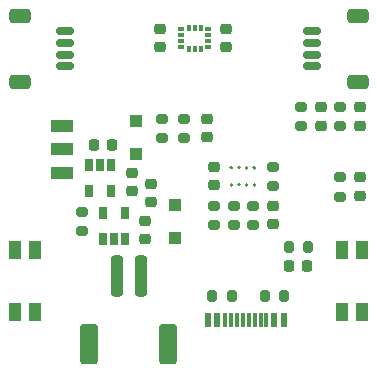
<source format=gbr>
%TF.GenerationSoftware,KiCad,Pcbnew,(6.0.1)*%
%TF.CreationDate,2022-03-18T08:08:47+01:00*%
%TF.ProjectId,trick-tracker,74726963-6b2d-4747-9261-636b65722e6b,rev?*%
%TF.SameCoordinates,Original*%
%TF.FileFunction,Paste,Top*%
%TF.FilePolarity,Positive*%
%FSLAX46Y46*%
G04 Gerber Fmt 4.6, Leading zero omitted, Abs format (unit mm)*
G04 Created by KiCad (PCBNEW (6.0.1)) date 2022-03-18 08:08:47*
%MOMM*%
%LPD*%
G01*
G04 APERTURE LIST*
G04 Aperture macros list*
%AMRoundRect*
0 Rectangle with rounded corners*
0 $1 Rounding radius*
0 $2 $3 $4 $5 $6 $7 $8 $9 X,Y pos of 4 corners*
0 Add a 4 corners polygon primitive as box body*
4,1,4,$2,$3,$4,$5,$6,$7,$8,$9,$2,$3,0*
0 Add four circle primitives for the rounded corners*
1,1,$1+$1,$2,$3*
1,1,$1+$1,$4,$5*
1,1,$1+$1,$6,$7*
1,1,$1+$1,$8,$9*
0 Add four rect primitives between the rounded corners*
20,1,$1+$1,$2,$3,$4,$5,0*
20,1,$1+$1,$4,$5,$6,$7,0*
20,1,$1+$1,$6,$7,$8,$9,0*
20,1,$1+$1,$8,$9,$2,$3,0*%
G04 Aperture macros list end*
%ADD10C,0.175000*%
%ADD11R,0.650000X1.060000*%
%ADD12R,0.600000X1.150000*%
%ADD13R,0.300000X1.150000*%
%ADD14RoundRect,0.250000X-0.250000X-1.500000X0.250000X-1.500000X0.250000X1.500000X-0.250000X1.500000X0*%
%ADD15RoundRect,0.250000X-0.500000X-1.450000X0.500000X-1.450000X0.500000X1.450000X-0.500000X1.450000X0*%
%ADD16RoundRect,0.225000X0.225000X0.250000X-0.225000X0.250000X-0.225000X-0.250000X0.225000X-0.250000X0*%
%ADD17RoundRect,0.225000X0.250000X-0.225000X0.250000X0.225000X-0.250000X0.225000X-0.250000X-0.225000X0*%
%ADD18RoundRect,0.218750X-0.256250X0.218750X-0.256250X-0.218750X0.256250X-0.218750X0.256250X0.218750X0*%
%ADD19RoundRect,0.218750X0.256250X-0.218750X0.256250X0.218750X-0.256250X0.218750X-0.256250X-0.218750X0*%
%ADD20RoundRect,0.200000X-0.200000X-0.275000X0.200000X-0.275000X0.200000X0.275000X-0.200000X0.275000X0*%
%ADD21RoundRect,0.200000X0.200000X0.275000X-0.200000X0.275000X-0.200000X-0.275000X0.200000X-0.275000X0*%
%ADD22RoundRect,0.200000X-0.275000X0.200000X-0.275000X-0.200000X0.275000X-0.200000X0.275000X0.200000X0*%
%ADD23RoundRect,0.200000X0.275000X-0.200000X0.275000X0.200000X-0.275000X0.200000X-0.275000X-0.200000X0*%
%ADD24RoundRect,0.150000X-0.625000X0.150000X-0.625000X-0.150000X0.625000X-0.150000X0.625000X0.150000X0*%
%ADD25RoundRect,0.249999X-0.650001X0.350001X-0.650001X-0.350001X0.650001X-0.350001X0.650001X0.350001X0*%
%ADD26RoundRect,0.225000X-0.250000X0.225000X-0.250000X-0.225000X0.250000X-0.225000X0.250000X0.225000X0*%
%ADD27R,1.100000X1.100000*%
%ADD28R,1.000000X1.550000*%
%ADD29R,1.900000X1.000000*%
%ADD30RoundRect,0.150000X0.625000X-0.150000X0.625000X0.150000X-0.625000X0.150000X-0.625000X-0.150000X0*%
%ADD31RoundRect,0.249999X0.650001X-0.350001X0.650001X0.350001X-0.650001X0.350001X-0.650001X-0.350001X0*%
%ADD32R,0.600000X0.300000*%
%ADD33R,0.300000X0.600000*%
G04 APERTURE END LIST*
D10*
%TO.C,U2*%
X149226500Y-118147000D02*
G75*
G03*
X149226500Y-118147000I-87500J0D01*
G01*
X149876500Y-118147000D02*
G75*
G03*
X149876500Y-118147000I-87500J0D01*
G01*
X149226500Y-119597000D02*
G75*
G03*
X149226500Y-119597000I-87500J0D01*
G01*
X149876500Y-119597000D02*
G75*
G03*
X149876500Y-119597000I-87500J0D01*
G01*
X151176500Y-119597000D02*
G75*
G03*
X151176500Y-119597000I-87500J0D01*
G01*
X150526500Y-119597000D02*
G75*
G03*
X150526500Y-119597000I-87500J0D01*
G01*
X150526500Y-118147000D02*
G75*
G03*
X150526500Y-118147000I-87500J0D01*
G01*
X151176500Y-118147000D02*
G75*
G03*
X151176500Y-118147000I-87500J0D01*
G01*
%TD*%
D11*
%TO.C,U4*%
X138242000Y-124163000D03*
X139192000Y-124163000D03*
X140142000Y-124163000D03*
X140142000Y-121963000D03*
X138242000Y-121963000D03*
%TD*%
D12*
%TO.C,J1*%
X147168000Y-131008000D03*
X147968000Y-131008000D03*
D13*
X149118000Y-131008000D03*
X150118000Y-131008000D03*
X150618000Y-131008000D03*
X151618000Y-131008000D03*
D12*
X153568000Y-131008000D03*
X152768000Y-131008000D03*
D13*
X152118000Y-131008000D03*
X151118000Y-131008000D03*
X149618000Y-131008000D03*
X148618000Y-131008000D03*
%TD*%
D14*
%TO.C,J2*%
X139462000Y-127325000D03*
X141462000Y-127325000D03*
D15*
X137112000Y-133075000D03*
X143812000Y-133075000D03*
%TD*%
D16*
%TO.C,C1*%
X139078000Y-116205000D03*
X137528000Y-116205000D03*
%TD*%
D17*
%TO.C,C2*%
X142367000Y-121044000D03*
X142367000Y-119494000D03*
%TD*%
%TO.C,C3*%
X141859000Y-124219000D03*
X141859000Y-122669000D03*
%TD*%
%TO.C,C4*%
X140716000Y-120155000D03*
X140716000Y-118605000D03*
%TD*%
D18*
%TO.C,D2*%
X160020000Y-113004500D03*
X160020000Y-114579500D03*
%TD*%
D19*
%TO.C,D3*%
X160020000Y-120548500D03*
X160020000Y-118973500D03*
%TD*%
D20*
%TO.C,R1*%
X147511000Y-129032000D03*
X149161000Y-129032000D03*
%TD*%
D21*
%TO.C,R2*%
X153606000Y-129032000D03*
X151956000Y-129032000D03*
%TD*%
D22*
%TO.C,R3*%
X136525000Y-121857000D03*
X136525000Y-123507000D03*
%TD*%
D23*
%TO.C,R5*%
X158369000Y-114617000D03*
X158369000Y-112967000D03*
%TD*%
%TO.C,R6*%
X158369000Y-120586000D03*
X158369000Y-118936000D03*
%TD*%
D11*
%TO.C,U5*%
X138999000Y-117899000D03*
X138049000Y-117899000D03*
X137099000Y-117899000D03*
X137099000Y-120099000D03*
X138999000Y-120099000D03*
%TD*%
D24*
%TO.C,J3*%
X135096000Y-106577000D03*
X135096000Y-107577000D03*
X135096000Y-108577000D03*
X135096000Y-109577000D03*
D25*
X131221000Y-105277000D03*
X131221000Y-110877000D03*
%TD*%
D17*
%TO.C,C10*%
X147701000Y-119647000D03*
X147701000Y-118097000D03*
%TD*%
D26*
%TO.C,C11*%
X152654000Y-121399000D03*
X152654000Y-122949000D03*
%TD*%
D27*
%TO.C,D1*%
X144399000Y-121282000D03*
X144399000Y-124082000D03*
%TD*%
D22*
%TO.C,R12*%
X152654000Y-118047000D03*
X152654000Y-119697000D03*
%TD*%
%TO.C,R15*%
X151003000Y-121349000D03*
X151003000Y-122999000D03*
%TD*%
%TO.C,R16*%
X149352000Y-121349000D03*
X149352000Y-122999000D03*
%TD*%
%TO.C,R17*%
X147701000Y-121349000D03*
X147701000Y-122999000D03*
%TD*%
D28*
%TO.C,S1*%
X132549000Y-130387000D03*
X130849000Y-130387000D03*
X132549000Y-125137000D03*
X130849000Y-125137000D03*
%TD*%
%TO.C,S2*%
X158535000Y-125137000D03*
X160235000Y-125137000D03*
X158535000Y-130387000D03*
X160235000Y-130387000D03*
%TD*%
D29*
%TO.C,S3*%
X134832000Y-114602000D03*
X134832000Y-116602000D03*
X134832000Y-118602000D03*
%TD*%
D26*
%TO.C,C12*%
X147066000Y-114033000D03*
X147066000Y-115583000D03*
%TD*%
D23*
%TO.C,R4*%
X143256000Y-115633000D03*
X143256000Y-113983000D03*
%TD*%
%TO.C,R18*%
X145161000Y-115633000D03*
X145161000Y-113983000D03*
%TD*%
D19*
%TO.C,D4*%
X156718000Y-114579500D03*
X156718000Y-113004500D03*
%TD*%
D23*
%TO.C,R7*%
X155067000Y-114617000D03*
X155067000Y-112967000D03*
%TD*%
D27*
%TO.C,D5*%
X141097000Y-116970000D03*
X141097000Y-114170000D03*
%TD*%
D30*
%TO.C,J6*%
X155988000Y-109577000D03*
X155988000Y-108577000D03*
X155988000Y-107577000D03*
X155988000Y-106577000D03*
D31*
X159863000Y-110877000D03*
X159863000Y-105277000D03*
%TD*%
D17*
%TO.C,C5*%
X148717000Y-107963000D03*
X148717000Y-106413000D03*
%TD*%
%TO.C,C6*%
X143129000Y-107963000D03*
X143129000Y-106413000D03*
%TD*%
D32*
%TO.C,IC1*%
X144900000Y-106438000D03*
X144900000Y-106938000D03*
X144900000Y-107438000D03*
X144900000Y-107938000D03*
D33*
X145550000Y-108088000D03*
X146050000Y-108088000D03*
X146550000Y-108088000D03*
D32*
X147200000Y-107938000D03*
X147200000Y-107438000D03*
X147200000Y-106938000D03*
X147200000Y-106438000D03*
D33*
X146550000Y-106288000D03*
X146050000Y-106288000D03*
X145550000Y-106288000D03*
%TD*%
D16*
%TO.C,C7*%
X155588000Y-126492000D03*
X154038000Y-126492000D03*
%TD*%
D21*
%TO.C,R8*%
X155638000Y-124841000D03*
X153988000Y-124841000D03*
%TD*%
M02*

</source>
